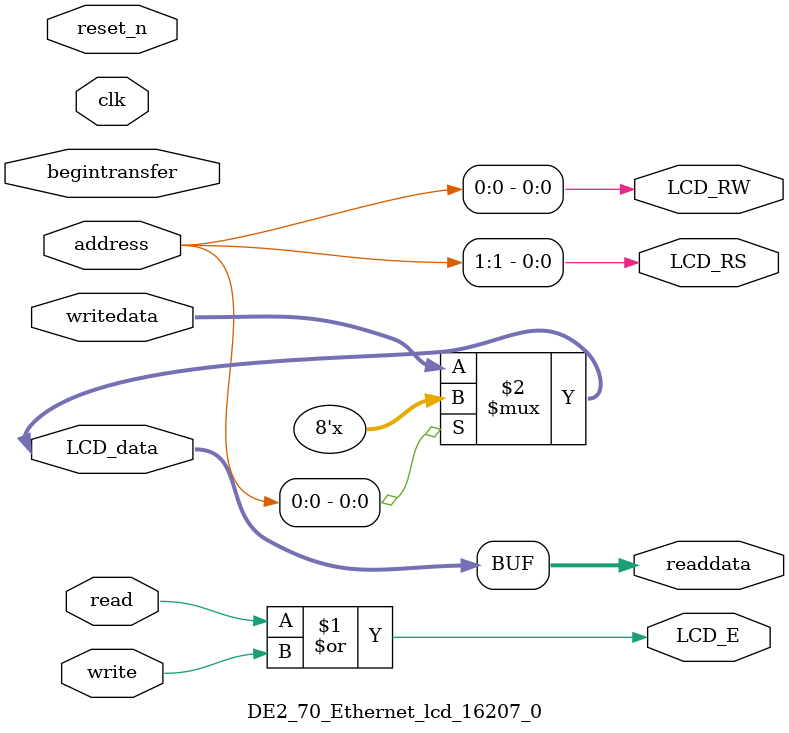
<source format=v>

`timescale 1ns / 1ps
// synthesis translate_on

// turn off superfluous verilog processor warnings 
// altera message_level Level1 
// altera message_off 10034 10035 10036 10037 10230 10240 10030 

module DE2_70_Ethernet_lcd_16207_0 (
                                     // inputs:
                                      address,
                                      begintransfer,
                                      clk,
                                      read,
                                      reset_n,
                                      write,
                                      writedata,

                                     // outputs:
                                      LCD_E,
                                      LCD_RS,
                                      LCD_RW,
                                      LCD_data,
                                      readdata
                                   )
;

  output           LCD_E;
  output           LCD_RS;
  output           LCD_RW;
  inout   [  7: 0] LCD_data;
  output  [  7: 0] readdata;
  input   [  1: 0] address;
  input            begintransfer;
  input            clk;
  input            read;
  input            reset_n;
  input            write;
  input   [  7: 0] writedata;

  wire             LCD_E;
  wire             LCD_RS;
  wire             LCD_RW;
  wire    [  7: 0] LCD_data;
  wire    [  7: 0] readdata;
  assign LCD_RW = address[0];
  assign LCD_RS = address[1];
  assign LCD_E = read | write;
  assign LCD_data = (address[0]) ? {8{1'bz}} : writedata;
  assign readdata = LCD_data;
  //control_slave, which is an e_avalon_slave

endmodule


</source>
